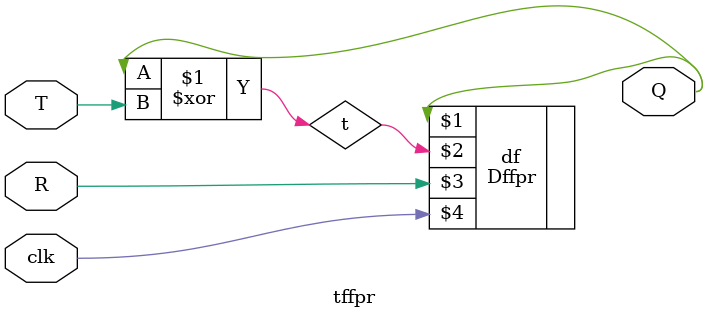
<source format=v>
module tffpr(Q,T,R,clk);
  input T,R,clk;
  output Q;
  wire t;
  xor (t,Q,T);
  Dffpr df(Q,t,R,clk);
endmodule



</source>
